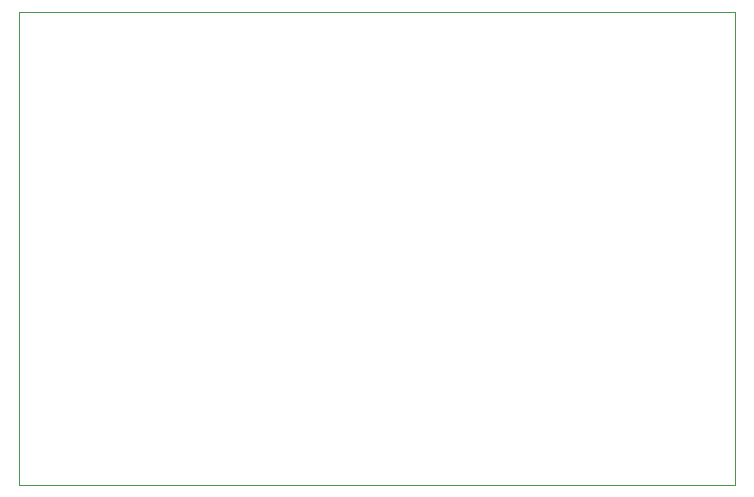
<source format=gm1>
G04*
G04 #@! TF.GenerationSoftware,Altium Limited,Altium Designer,19.1.6 (110)*
G04*
G04 Layer_Color=16711935*
%FSLAX43Y43*%
%MOMM*%
G71*
G01*
G75*
%ADD56C,0.100*%
D56*
X110700Y50000D02*
Y90000D01*
X50000Y90000D02*
X110700Y90000D01*
X50000Y50000D02*
Y90000D01*
Y50000D02*
X110700D01*
M02*

</source>
